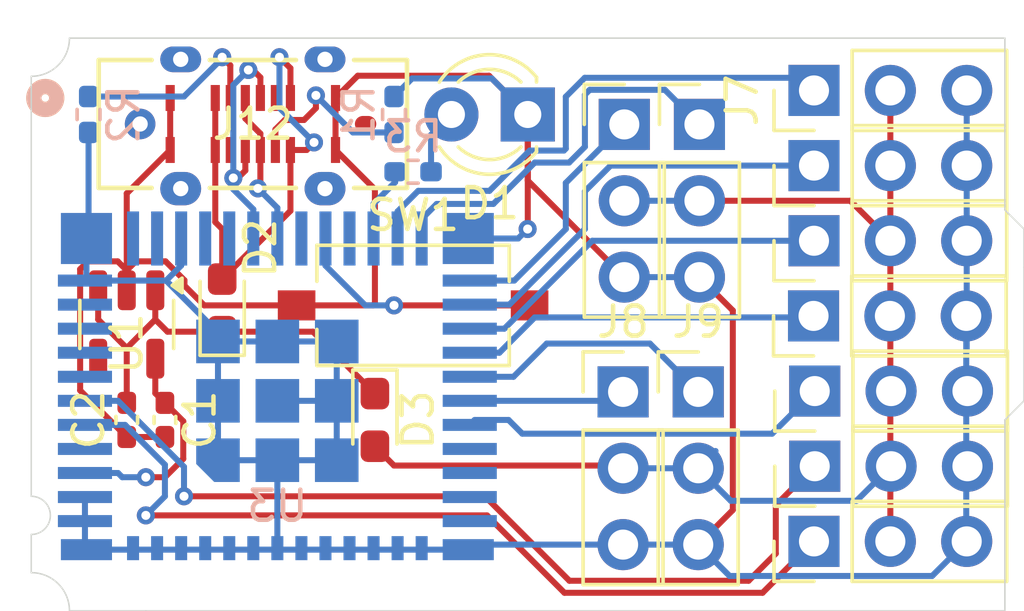
<source format=kicad_pcb>
(kicad_pcb (version 20240108) (generator "pcbnew") (generator_version "8.0")
  (layers (0 "F.Cu" signal) (31 "B.Cu" signal) (34 "B.Paste" user) (35 "F.Paste" user) (36 "B.SilkS" user "B.Silkscreen") (37 "F.SilkS" user "F.Silkscreen") (38 "B.Mask" user) (39 "F.Mask" user) (44 "Edge.Cuts" user))
  (net 0 "")
  (net 1 "Net-(U1-V_{OUT})")
  (net 4 "Net-(J12-D1+)")
  (net 5 "Net-(J12-D1-)")
  (net 7 "Net-(J12-CC1)")
  (net 8 "Net-(J12-CC2)")
  (net 9 "Net-(D1-A)")
  (net 25 "Net-(D2-K)")
  (net 26 "Net-(D2-A)")
  (net 27 "Net-(D3-A)")
  (net 28 "Net-(J1-Pin_1)")
  (net 29 "Net-(J2-Pin_1)")
  (net 30 "Net-(J3-Pin_1)")
  (net 31 "Net-(J8-Pin_1)")
  (net 32 "Net-(J9-Pin_1)")
  (net 33 "Net-(J4-Pin_1)")
  (net 34 "Net-(J5-Pin_1)")
  (net 35 "Net-(J6-Pin_1)")
  (net 36 "Net-(J10-Pin_1)")
  (net 37 "Net-(J11-Pin_1)")
  (net 38 "Net-(J7-Pin_1)")
  (net 39 "Net-(D1-K)")
  (net 40 "Net-(U3-GPIO8)")
  (net 41 "Net-(U3-GPIO15)")
  (footprint "Capacitor_SMD:C_0402_1005Metric_Pad0.74x0.62mm_HandSolder" (layer "F.Cu") (at 29.21 133.35 -90)
    (property "Reference" "C1" (at 0 -1.16 90) (layer "F.SilkS"))
    (property "Value" "C")
    (pad "1" smd roundrect (at -0.5675 0 270) (size 0.735 0.62) (layers "F.Cu" "F.Paste" "F.Mask") (net 1 "Net-(U1-V_{OUT})"))
    (pad "2" smd roundrect (at 0.5675 0 270) (size 0.735 0.62) (layers "F.Cu" "F.Paste" "F.Mask") (net 39 "Net-(D1-K)"))
  )
  (footprint "Button_Switch_SMD:SW_Tactile_SPST_NO_Straight_CK_PTS636Sx25SMTRLFS" (layer "F.Cu") (at 37.465 129.54)
    (property "Reference" "SW1" (at 0 -3 0) (layer "F.SilkS"))
    (property "Value" "SW_Push")
    (pad "1" smd rect (at -3.875 0) (size 1.25 1) (layers "F.Cu" "F.Paste" "F.Mask") (net 39 "Net-(D1-K)"))
    (pad "2" smd rect (at 3.875 0) (size 1.25 1) (layers "F.Cu" "F.Paste" "F.Mask") (net 41 "Net-(U3-GPIO15)"))
  )
  (footprint "Connector_PinHeader_2.54mm:PinHeader_1x03_P2.54mm_Vertical" (layer "F.Cu") (at 50.785 129.89 90)
    (property "Reference" "J4" (hide yes))
    (property "Value" "Conn_01x03_Pin" (hide yes))
    (pad "1" thru_hole rect (at 0 0 90) (size 1.7 1.7) (drill 1) (layers "*.Cu" "*.Mask") (net 33 "Net-(J4-Pin_1)"))
    (pad "2" thru_hole oval (at 0 2.54 90) (size 1.7 1.7) (drill 1) (layers "*.Cu" "*.Mask") (net 27 "Net-(D3-A)"))
    (pad "3" thru_hole oval (at 0 5.08 90) (size 1.7 1.7) (drill 1) (layers "*.Cu" "*.Mask") (net 39 "Net-(D1-K)"))
  )
  (footprint "Connector_PinHeader_2.54mm:PinHeader_1x03_P2.54mm_Vertical" (layer "F.Cu") (at 50.8 127.39 90)
    (property "Reference" "J5" (hide yes))
    (property "Value" "Conn_01x03_Pin" (hide yes))
    (pad "1" thru_hole rect (at 0 0 90) (size 1.7 1.7) (drill 1) (layers "*.Cu" "*.Mask") (net 34 "Net-(J5-Pin_1)"))
    (pad "2" thru_hole oval (at 0 2.54 90) (size 1.7 1.7) (drill 1) (layers "*.Cu" "*.Mask") (net 27 "Net-(D3-A)"))
    (pad "3" thru_hole oval (at 0 5.08 90) (size 1.7 1.7) (drill 1) (layers "*.Cu" "*.Mask") (net 39 "Net-(D1-K)"))
  )
  (footprint "Diode_SMD:D_0603_1608Metric_Pad1.05x0.95mm_HandSolder" (layer "F.Cu") (at 31.115 129.54 90)
    (property "Reference" "D2" (at 1.905 1.27 90) (layer "F.SilkS"))
    (property "Value" "D")
    (pad "1" smd roundrect (at -0.875 0 90) (size 1.05 0.95) (layers "F.Cu" "F.Paste" "F.Mask") (net 25 "Net-(D2-K)"))
    (pad "2" smd roundrect (at 0.875 0 90) (size 1.05 0.95) (layers "F.Cu" "F.Paste" "F.Mask") (net 26 "Net-(D2-A)"))
  )
  (footprint "Diode_SMD:D_0603_1608Metric_Pad1.05x0.95mm_HandSolder" (layer "F.Cu") (at 36.195 133.35 -90)
    (property "Reference" "D3" (at 0 -1.43 90) (layer "F.SilkS"))
    (property "Value" "D")
    (pad "1" smd roundrect (at -0.875 0 270) (size 1.05 0.95) (layers "F.Cu" "F.Paste" "F.Mask") (net 25 "Net-(D2-K)"))
    (pad "2" smd roundrect (at 0.875 0 270) (size 1.05 0.95) (layers "F.Cu" "F.Paste" "F.Mask") (net 27 "Net-(D3-A)"))
  )
  (footprint "LED_THT:LED_D3.0mm" (layer "F.Cu") (at 41.28 123.19 180)
    (property "Reference" "D1" (at 1.27 -2.96 360) (layer "F.SilkS"))
    (property "Value" "LED")
    (pad "1" thru_hole rect (at 0 0 180) (size 1.8 1.8) (drill 0.9) (layers "*.Cu" "*.Mask") (net 39 "Net-(D1-K)"))
    (pad "2" thru_hole circle (at 2.54 0 180) (size 1.8 1.8) (drill 0.9) (layers "*.Cu" "*.Mask") (net 9 "Net-(D1-A)"))
  )
  (footprint "Connector_PinHeader_2.54mm:PinHeader_1x03_P2.54mm_Vertical" (layer "F.Cu") (at 50.825 134.89 90)
    (property "Reference" "J2" (hide yes))
    (property "Value" "Conn_01x03_Pin" (hide yes))
    (pad "1" thru_hole rect (at 0 0 90) (size 1.7 1.7) (drill 1) (layers "*.Cu" "*.Mask") (net 29 "Net-(J2-Pin_1)"))
    (pad "2" thru_hole oval (at 0 2.54 90) (size 1.7 1.7) (drill 1) (layers "*.Cu" "*.Mask") (net 27 "Net-(D3-A)"))
    (pad "3" thru_hole oval (at 0 5.08 90) (size 1.7 1.7) (drill 1) (layers "*.Cu" "*.Mask") (net 39 "Net-(D1-K)"))
  )
  (footprint "Connector_PinHeader_2.54mm:PinHeader_1x03_P2.54mm_Vertical" (layer "F.Cu") (at 50.8 124.89 90)
    (property "Reference" "J6" (hide yes))
    (property "Value" "Conn_01x03_Pin" (hide yes))
    (pad "1" thru_hole rect (at 0 0 90) (size 1.7 1.7) (drill 1) (layers "*.Cu" "*.Mask") (net 35 "Net-(J6-Pin_1)"))
    (pad "2" thru_hole oval (at 0 2.54 90) (size 1.7 1.7) (drill 1) (layers "*.Cu" "*.Mask") (net 27 "Net-(D3-A)"))
    (pad "3" thru_hole oval (at 0 5.08 90) (size 1.7 1.7) (drill 1) (layers "*.Cu" "*.Mask") (net 39 "Net-(D1-K)"))
  )
  (footprint "Connector_PinHeader_2.54mm:PinHeader_1x03_P2.54mm_Vertical" (layer "F.Cu") (at 44.45 132.4175)
    (property "Reference" "J8" (at 0 -2.33 0) (layer "F.SilkS"))
    (property "Value" "Conn_01x03_Pin" (hide yes))
    (pad "1" thru_hole rect (at 0 0) (size 1.7 1.7) (drill 1) (layers "*.Cu" "*.Mask") (net 31 "Net-(J8-Pin_1)"))
    (pad "2" thru_hole oval (at 0 2.54) (size 1.7 1.7) (drill 1) (layers "*.Cu" "*.Mask") (net 27 "Net-(D3-A)"))
    (pad "3" thru_hole oval (at 0 5.08) (size 1.7 1.7) (drill 1) (layers "*.Cu" "*.Mask") (net 39 "Net-(D1-K)"))
  )
  (footprint "Connector_PinHeader_2.54mm:PinHeader_1x03_P2.54mm_Vertical" (layer "F.Cu") (at 44.49 123.52)
    (property "Reference" "J10" (hide yes))
    (property "Value" "Conn_01x03_Pin" (hide yes))
    (pad "1" thru_hole rect (at 0 0) (size 1.7 1.7) (drill 1) (layers "*.Cu" "*.Mask") (net 36 "Net-(J10-Pin_1)"))
    (pad "2" thru_hole oval (at 0 2.54) (size 1.7 1.7) (drill 1) (layers "*.Cu" "*.Mask") (net 27 "Net-(D3-A)"))
    (pad "3" thru_hole oval (at 0 5.08) (size 1.7 1.7) (drill 1) (layers "*.Cu" "*.Mask") (net 39 "Net-(D1-K)"))
  )
  (footprint "Connector_PinHeader_2.54mm:PinHeader_1x03_P2.54mm_Vertical" (layer "F.Cu") (at 50.8 137.39 90)
    (property "Reference" "J1" (hide yes))
    (property "Value" "Conn_01x03_Pin" (hide yes))
    (pad "1" thru_hole rect (at 0 0 90) (size 1.7 1.7) (drill 1) (layers "*.Cu" "*.Mask") (net 28 "Net-(J1-Pin_1)"))
    (pad "2" thru_hole oval (at 0 2.54 90) (size 1.7 1.7) (drill 1) (layers "*.Cu" "*.Mask") (net 27 "Net-(D3-A)"))
    (pad "3" thru_hole oval (at 0 5.08 90) (size 1.7 1.7) (drill 1) (layers "*.Cu" "*.Mask") (net 39 "Net-(D1-K)"))
  )
  (footprint "usbc:USB4120-03-C_GCT" (layer "F.Cu") (at 29.385001 122.6408)
    (property "Reference" "J12" (at 2.75 0.865 0) (layer "F.SilkS"))
    (property "Value" "USB4120-03-C_REVA")
    (pad "25" thru_hole circle (at -1.000001 0.865) (size 1.016 1.016) (drill 0.508) (layers "*.Cu" "*.Mask"))
    (pad "26" smd oval (at 6.5 0.865) (size 0.7112 0.5334) (layers "F.Cu" "F.Paste" "F.Mask"))
    (pad "27" thru_hole oval (at 0.349999 -1.285) (size 1.358 0.854) (drill 0.508) (layers "*.Cu" "*.Mask"))
    (pad "28" thru_hole oval (at 5.15 -1.285001) (size 1.358 0.854) (drill 0.508) (layers "*.Cu" "*.Mask"))
    (pad "29" thru_hole oval (at 0.349999 3.015) (size 1.358 1.108) (drill 0.508) (layers "*.Cu" "*.Mask"))
    (pad "30" thru_hole oval (at 5.15 3.015001) (size 1.358 1.108) (drill 0.508) (layers "*.Cu" "*.Mask"))
    (pad "A1" smd rect (at 0 0) (size 0.3048 0.8636) (layers "F.Cu" "F.Paste" "F.Mask") (net 39 "Net-(D1-K)"))
    (pad "A4" smd rect (at 1.5 0) (size 0.3048 0.8636) (layers "F.Cu" "F.Paste" "F.Mask") (net 26 "Net-(D2-A)"))
    (pad "A5" smd rect (at 1.999999 0) (size 0.3048 0.8636) (layers "F.Cu" "F.Paste" "F.Mask") (net 7 "Net-(J12-CC1)"))
    (pad "A6" smd rect (at 2.5 0) (size 0.3048 0.8636) (layers "F.Cu" "F.Paste" "F.Mask") (net 4 "Net-(J12-D1+)"))
    (pad "A7" smd rect (at 2.999999 0) (size 0.3048 0.8636) (layers "F.Cu" "F.Paste" "F.Mask") (net 5 "Net-(J12-D1-)"))
    (pad "A8" smd rect (at 3.500001 0) (size 0.3048 0.8636) (layers "F.Cu" "F.Paste" "F.Mask"))
    (pad "A9" smd rect (at 4 0) (size 0.3048 0.8636) (layers "F.Cu" "F.Paste" "F.Mask") (net 26 "Net-(D2-A)"))
    (pad "A12" smd rect (at 5.499999 0) (size 0.3048 0.8636) (layers "F.Cu" "F.Paste" "F.Mask") (net 39 "Net-(D1-K)"))
    (pad "B1" smd rect (at 5.499999 1.73) (size 0.3048 0.8636) (layers "F.Cu" "F.Paste" "F.Mask") (net 39 "Net-(D1-K)"))
    (pad "B4" smd rect (at 4 1.73) (size 0.3048 0.8636) (layers "F.Cu" "F.Paste" "F.Mask") (net 26 "Net-(D2-A)"))
    (pad "B5" smd rect (at 3.500001 1.73) (size 0.3048 0.8636) (layers "F.Cu" "F.Paste" "F.Mask") (net 8 "Net-(J12-CC2)"))
    (pad "B6" smd rect (at 2.999999 1.73) (size 0.3048 0.8636) (layers "F.Cu" "F.Paste" "F.Mask") (net 4 "Net-(J12-D1+)"))
    (pad "B7" smd rect (at 2.5 1.73) (size 0.3048 0.8636) (layers "F.Cu" "F.Paste" "F.Mask") (net 5 "Net-(J12-D1-)"))
    (pad "B8" smd rect (at 1.999999 1.73) (size 0.3048 0.8636) (layers "F.Cu" "F.Paste" "F.Mask"))
    (pad "B9" smd rect (at 1.5 1.73) (size 0.3048 0.8636) (layers "F.Cu" "F.Paste" "F.Mask") (net 26 "Net-(D2-A)"))
    (pad "B12" smd rect (at 0 1.73) (size 0.3048 0.8636) (layers "F.Cu" "F.Paste" "F.Mask") (net 39 "Net-(D1-K)"))
  )
  (footprint "Connector_PinHeader_2.54mm:PinHeader_1x03_P2.54mm_Vertical" (layer "F.Cu") (at 46.95 132.4175)
    (property "Reference" "J9" (at 0 -2.33 0) (layer "F.SilkS"))
    (property "Value" "Conn_01x03_Pin" (hide yes))
    (pad "1" thru_hole rect (at 0 0) (size 1.7 1.7) (drill 1) (layers "*.Cu" "*.Mask") (net 32 "Net-(J9-Pin_1)"))
    (pad "2" thru_hole oval (at 0 2.54) (size 1.7 1.7) (drill 1) (layers "*.Cu" "*.Mask") (net 27 "Net-(D3-A)"))
    (pad "3" thru_hole oval (at 0 5.08) (size 1.7 1.7) (drill 1) (layers "*.Cu" "*.Mask") (net 39 "Net-(D1-K)"))
  )
  (footprint "Connector_PinHeader_2.54mm:PinHeader_1x03_P2.54mm_Vertical" (layer "F.Cu") (at 50.8 122.39 90)
    (property "Reference" "J7" (at -0.327164 -2.395 90) (layer "F.SilkS"))
    (property "Value" "Conn_01x03_Pin" (hide yes))
    (pad "1" thru_hole rect (at 0 0 90) (size 1.7 1.7) (drill 1) (layers "*.Cu" "*.Mask") (net 38 "Net-(J7-Pin_1)"))
    (pad "2" thru_hole oval (at 0 2.54 90) (size 1.7 1.7) (drill 1) (layers "*.Cu" "*.Mask") (net 27 "Net-(D3-A)"))
    (pad "3" thru_hole oval (at 0 5.08 90) (size 1.7 1.7) (drill 1) (layers "*.Cu" "*.Mask") (net 39 "Net-(D1-K)"))
  )
  (footprint "Connector_PinHeader_2.54mm:PinHeader_1x03_P2.54mm_Vertical" (layer "F.Cu") (at 50.825 132.39 90)
    (property "Reference" "J3" (hide yes))
    (property "Value" "Conn_01x03_Pin" (hide yes))
    (pad "1" thru_hole rect (at 0 0 90) (size 1.7 1.7) (drill 1) (layers "*.Cu" "*.Mask") (net 30 "Net-(J3-Pin_1)"))
    (pad "2" thru_hole oval (at 0 2.54 90) (size 1.7 1.7) (drill 1) (layers "*.Cu" "*.Mask") (net 27 "Net-(D3-A)"))
    (pad "3" thru_hole oval (at 0 5.08 90) (size 1.7 1.7) (drill 1) (layers "*.Cu" "*.Mask") (net 39 "Net-(D1-K)"))
  )
  (footprint "Connector_PinHeader_2.54mm:PinHeader_1x03_P2.54mm_Vertical" (layer "F.Cu") (at 46.99 123.52)
    (property "Reference" "J11" (hide yes))
    (property "Value" "Conn_01x03_Pin" (hide yes))
    (pad "1" thru_hole rect (at 0 0) (size 1.7 1.7) (drill 1) (layers "*.Cu" "*.Mask") (net 37 "Net-(J11-Pin_1)"))
    (pad "2" thru_hole oval (at 0 2.54) (size 1.7 1.7) (drill 1) (layers "*.Cu" "*.Mask") (net 27 "Net-(D3-A)"))
    (pad "3" thru_hole oval (at 0 5.08) (size 1.7 1.7) (drill 1) (layers "*.Cu" "*.Mask") (net 39 "Net-(D1-K)"))
  )
  (footprint "Capacitor_SMD:C_0402_1005Metric_Pad0.74x0.62mm_HandSolder" (layer "F.Cu") (at 27.94 133.35 -90)
    (property "Reference" "C2" (at 0 1.27 90) (layer "F.SilkS"))
    (property "Value" "C")
    (pad "1" smd roundrect (at -0.5675 0 270) (size 0.735 0.62) (layers "F.Cu" "F.Paste" "F.Mask") (net 25 "Net-(D2-K)"))
    (pad "2" smd roundrect (at 0.5675 0 270) (size 0.735 0.62) (layers "F.Cu" "F.Paste" "F.Mask") (net 39 "Net-(D1-K)"))
  )
  (footprint "Package_TO_SOT_SMD:SOT-23-5" (layer "F.Cu") (at 27.94 130.175 -90)
    (property "Reference" "U1" (at 0.635 0 90) (layer "F.SilkS"))
    (property "Value" "ME6211C33M5")
    (pad "1" smd roundrect (at -1.1375 -0.95 270) (size 1.325 0.6) (layers "F.Cu" "F.Paste" "F.Mask") (net 25 "Net-(D2-K)"))
    (pad "2" smd roundrect (at -1.1375 0 270) (size 1.325 0.6) (layers "F.Cu" "F.Paste" "F.Mask") (net 39 "Net-(D1-K)"))
    (pad "3" smd roundrect (at -1.1375 0.95 270) (size 1.325 0.6) (layers "F.Cu" "F.Paste" "F.Mask") (net 25 "Net-(D2-K)"))
    (pad "4" smd roundrect (at 1.1375 0.95 270) (size 1.325 0.6) (layers "F.Cu" "F.Paste" "F.Mask"))
    (pad "5" smd roundrect (at 1.1375 -0.95 270) (size 1.325 0.6) (layers "F.Cu" "F.Paste" "F.Mask") (net 1 "Net-(U1-V_{OUT})"))
  )
  (footprint "Resistor_SMD:R_0402_1005Metric_Pad0.72x0.64mm_HandSolder" (layer "B.Cu") (at 37.465 125.095 180)
    (property "Reference" "R3" (at 0 1.17 360) (layer "B.SilkS") (effects (justify mirror)))
    (property "Value" "R_US")
    (pad "1" smd roundrect (at -0.5975 0 180) (size 0.715 0.64) (layers "B.Cu" "B.Paste" "B.Mask") (net 9 "Net-(D1-A)"))
    (pad "2" smd roundrect (at 0.5975 0 180) (size 0.715 0.64) (layers "B.Cu" "B.Paste" "B.Mask") (net 40 "Net-(U3-GPIO8)"))
  )
  (footprint "Resistor_SMD:R_0402_1005Metric_Pad0.72x0.64mm_HandSolder" (layer "B.Cu") (at 26.67 123.19 90)
    (property "Reference" "R2" (at 0 1.17 90) (layer "B.SilkS") (effects (justify mirror)))
    (property "Value" "R_US")
    (pad "1" smd roundrect (at -0.5975 0 90) (size 0.715 0.64) (layers "B.Cu" "B.Paste" "B.Mask") (net 39 "Net-(D1-K)"))
    (pad "2" smd roundrect (at 0.5975 0 90) (size 0.715 0.64) (layers "B.Cu" "B.Paste" "B.Mask") (net 7 "Net-(J12-CC1)"))
  )
  (footprint "Resistor_SMD:R_0402_1005Metric_Pad0.72x0.64mm_HandSolder" (layer "B.Cu") (at 36.83 123.19 -90)
    (property "Reference" "R1" (at 0 1.17 90) (layer "B.SilkS") (effects (justify mirror)))
    (property "Value" "R_US")
    (pad "1" smd roundrect (at -0.5975 0 270) (size 0.715 0.64) (layers "B.Cu" "B.Paste" "B.Mask") (net 39 "Net-(D1-K)"))
    (pad "2" smd roundrect (at 0.5975 0 270) (size 0.715 0.64) (layers "B.Cu" "B.Paste" "B.Mask") (net 8 "Net-(J12-CC2)"))
  )
  (footprint "PCM_Espressif:ESP32-C3-MINI-1_HandSoldering" (layer "B.Cu") (at 32.95 132.715)
    (property "Reference" "U3" (at 0 3.5 180) (layer "B.SilkS") (effects (justify mirror)))
    (property "Value" "ESP32-C6-MINI-1/U")
    (pad "1" smd rect (at -6.4 4 270) (size 0.4 1.8) (layers "B.Cu" "B.Paste" "B.Mask") (net 39 "Net-(D1-K)"))
    (pad "2" smd rect (at -6.4 3.2 270) (size 0.4 1.8) (layers "B.Cu" "B.Paste" "B.Mask") (net 39 "Net-(D1-K)"))
    (pad "3" smd rect (at -6.4 2.4 270) (size 0.4 1.8) (layers "B.Cu" "B.Paste" "B.Mask") (net 1 "Net-(U1-V_{OUT})"))
    (pad "4" smd rect (at -6.4 1.6 270) (size 0.4 1.8) (layers "B.Cu" "B.Paste" "B.Mask"))
    (pad "5" smd rect (at -6.4 0.8 270) (size 0.4 1.8) (layers "B.Cu" "B.Paste" "B.Mask") (net 28 "Net-(J1-Pin_1)"))
    (pad "6" smd rect (at -6.4 0 270) (size 0.4 1.8) (layers "B.Cu" "B.Paste" "B.Mask") (net 29 "Net-(J2-Pin_1)"))
    (pad "7" smd rect (at -6.4 -0.8 270) (size 0.4 1.8) (layers "B.Cu" "B.Paste" "B.Mask"))
    (pad "8" smd rect (at -6.4 -1.6 270) (size 0.4 1.8) (layers "B.Cu" "B.Paste" "B.Mask"))
    (pad "9" smd rect (at -6.4 -2.4 270) (size 0.4 1.8) (layers "B.Cu" "B.Paste" "B.Mask"))
    (pad "10" smd rect (at -6.4 -3.2 270) (size 0.4 1.8) (layers "B.Cu" "B.Paste" "B.Mask"))
    (pad "11" smd rect (at -6.4 -4 270) (size 0.4 1.8) (layers "B.Cu" "B.Paste" "B.Mask") (net 39 "Net-(D1-K)"))
    (pad "12" smd rect (at -4.8 -5.4) (size 0.4 1.8) (layers "B.Cu" "B.Paste" "B.Mask"))
    (pad "13" smd rect (at -4 -5.4) (size 0.4 1.8) (layers "B.Cu" "B.Paste" "B.Mask"))
    (pad "14" smd rect (at -3.2 -5.4) (size 0.4 1.8) (layers "B.Cu" "B.Paste" "B.Mask") (net 39 "Net-(D1-K)"))
    (pad "15" smd rect (at -2.4 -5.4) (size 0.4 1.8) (layers "B.Cu" "B.Paste" "B.Mask"))
    (pad "16" smd rect (at -1.6 -5.4) (size 0.4 1.8) (layers "B.Cu" "B.Paste" "B.Mask"))
    (pad "17" smd rect (at -0.8 -5.4) (size 0.4 1.8) (layers "B.Cu" "B.Paste" "B.Mask") (net 5 "Net-(J12-D1-)"))
    (pad "18" smd rect (at 0 -5.4) (size 0.4 1.8) (layers "B.Cu" "B.Paste" "B.Mask") (net 4 "Net-(J12-D1+)"))
    (pad "19" smd rect (at 0.8 -5.4) (size 0.4 1.8) (layers "B.Cu" "B.Paste" "B.Mask"))
    (pad "20" smd rect (at 1.6 -5.4) (size 0.4 1.8) (layers "B.Cu" "B.Paste" "B.Mask") (net 41 "Net-(U3-GPIO15)"))
    (pad "21" smd rect (at 2.4 -5.4) (size 0.4 1.8) (layers "B.Cu" "B.Paste" "B.Mask"))
    (pad "22" smd rect (at 3.2 -5.4) (size 0.4 1.8) (layers "B.Cu" "B.Paste" "B.Mask") (net 40 "Net-(U3-GPIO8)"))
    (pad "23" smd rect (at 4 -5.4) (size 0.4 1.8) (layers "B.Cu" "B.Paste" "B.Mask") (net 38 "Net-(J7-Pin_1)"))
    (pad "24" smd rect (at 4.8 -5.4) (size 0.4 1.8) (layers "B.Cu" "B.Paste" "B.Mask") (net 37 "Net-(J11-Pin_1)"))
    (pad "25" smd rect (at 6.4 -4 270) (size 0.4 1.8) (layers "B.Cu" "B.Paste" "B.Mask") (net 36 "Net-(J10-Pin_1)"))
    (pad "26" smd rect (at 6.4 -3.2 270) (size 0.4 1.8) (layers "B.Cu" "B.Paste" "B.Mask") (net 35 "Net-(J6-Pin_1)"))
    (pad "27" smd rect (at 6.4 -2.4 270) (size 0.4 1.8) (layers "B.Cu" "B.Paste" "B.Mask") (net 34 "Net-(J5-Pin_1)"))
    (pad "28" smd rect (at 6.4 -1.6 270) (size 0.4 1.8) (layers "B.Cu" "B.Paste" "B.Mask") (net 33 "Net-(J4-Pin_1)"))
    (pad "29" smd rect (at 6.4 -0.8 270) (size 0.4 1.8) (layers "B.Cu" "B.Paste" "B.Mask") (net 32 "Net-(J9-Pin_1)"))
    (pad "30" smd rect (at 6.4 0 270) (size 0.4 1.8) (layers "B.Cu" "B.Paste" "B.Mask") (net 31 "Net-(J8-Pin_1)"))
    (pad "31" smd rect (at 6.4 0.8 270) (size 0.4 1.8) (layers "B.Cu" "B.Paste" "B.Mask") (net 30 "Net-(J3-Pin_1)"))
    (pad "32" smd rect (at 6.4 1.6 270) (size 0.4 1.8) (layers "B.Cu" "B.Paste" "B.Mask"))
    (pad "33" smd rect (at 6.4 2.4 270) (size 0.4 1.8) (layers "B.Cu" "B.Paste" "B.Mask"))
    (pad "34" smd rect (at 6.4 3.2 270) (size 0.4 1.8) (layers "B.Cu" "B.Paste" "B.Mask"))
    (pad "35" smd rect (at 6.4 4 270) (size 0.4 1.8) (layers "B.Cu" "B.Paste" "B.Mask"))
    (pad "36" smd rect (at 4.8 4.9) (size 0.4 0.8) (layers "B.Cu" "B.Paste" "B.Mask") (net 39 "Net-(D1-K)"))
    (pad "37" smd rect (at 4 4.9) (size 0.4 0.8) (layers "B.Cu" "B.Paste" "B.Mask") (net 39 "Net-(D1-K)"))
    (pad "38" smd rect (at 3.2 4.9) (size 0.4 0.8) (layers "B.Cu" "B.Paste" "B.Mask") (net 39 "Net-(D1-K)"))
    (pad "39" smd rect (at 2.4 4.9) (size 0.4 0.8) (layers "B.Cu" "B.Paste" "B.Mask") (net 39 "Net-(D1-K)"))
    (pad "40" smd rect (at 1.6 4.9) (size 0.4 0.8) (layers "B.Cu" "B.Paste" "B.Mask") (net 39 "Net-(D1-K)"))
    (pad "41" smd rect (at 0.8 4.9) (size 0.4 0.8) (layers "B.Cu" "B.Paste" "B.Mask") (net 39 "Net-(D1-K)"))
    (pad "42" smd rect (at 0 4.9) (size 0.4 0.8) (layers "B.Cu" "B.Paste" "B.Mask") (net 39 "Net-(D1-K)"))
    (pad "43" smd rect (at -0.8 4.9) (size 0.4 0.8) (layers "B.Cu" "B.Paste" "B.Mask") (net 39 "Net-(D1-K)"))
    (pad "44" smd rect (at -1.6 4.9) (size 0.4 0.8) (layers "B.Cu" "B.Paste" "B.Mask") (net 39 "Net-(D1-K)"))
    (pad "45" smd rect (at -2.4 4.9) (size 0.4 0.8) (layers "B.Cu" "B.Paste" "B.Mask") (net 39 "Net-(D1-K)"))
    (pad "46" smd rect (at -3.2 4.9) (size 0.4 0.8) (layers "B.Cu" "B.Paste" "B.Mask") (net 39 "Net-(D1-K)"))
    (pad "47" smd rect (at -4 4.9) (size 0.4 0.8) (layers "B.Cu" "B.Paste" "B.Mask") (net 39 "Net-(D1-K)"))
    (pad "48" smd rect (at -4.8 4.9) (size 0.4 0.8) (layers "B.Cu" "B.Paste" "B.Mask") (net 39 "Net-(D1-K)"))
    (pad "49" smd rect (at -1.975 -1.975 270) (size 1.45 1.45) (layers "B.Cu" "B.Paste" "B.Mask") (net 39 "Net-(D1-K)"))
    (pad "49" smd rect (at -1.975 0 270) (size 1.45 1.45) (layers "B.Cu" "B.Paste" "B.Mask") (net 39 "Net-(D1-K)"))
    (pad "49" smd custom (at -1.975 1.975) (size 0.8 0.8) (layers "B.Cu" "B.Paste" "B.Mask") (net 39 "Net-(D1-K)") (options (clearance outline) (anchor rect)) (primitives (gr_poly (pts (xy 0.725 -0.725) (xy -0.725 -0.725) (xy -0.725 0.125) (xy -0.125 0.725) (xy 0.725 0.725)) (width 0) (fill yes))))
    (pad "49" smd rect (at 0 -1.975 270) (size 1.45 1.45) (layers "B.Cu" "B.Paste" "B.Mask") (net 39 "Net-(D1-K)"))
    (pad "49" smd rect (at 0 0 270) (size 1.45 1.45) (layers "B.Cu" "B.Paste" "B.Mask") (net 39 "Net-(D1-K)"))
    (pad "49" smd rect (at 0 1.975 270) (size 1.45 1.45) (layers "B.Cu" "B.Paste" "B.Mask") (net 39 "Net-(D1-K)"))
    (pad "49" smd rect (at 1.975 -1.975 270) (size 1.45 1.45) (layers "B.Cu" "B.Paste" "B.Mask") (net 39 "Net-(D1-K)"))
    (pad "49" smd rect (at 1.975 0 270) (size 1.45 1.45) (layers "B.Cu" "B.Paste" "B.Mask") (net 39 "Net-(D1-K)"))
    (pad "49" smd rect (at 1.975 1.975 270) (size 1.45 1.45) (layers "B.Cu" "B.Paste" "B.Mask") (net 39 "Net-(D1-K)"))
    (pad "50" smd rect (at 6.35 4.95 270) (size 0.7 1.7) (layers "B.Cu" "B.Paste" "B.Mask") (net 39 "Net-(D1-K)"))
    (pad "51" smd rect (at 6.35 -5.4 270) (size 1.7 1.7) (layers "B.Cu" "B.Paste" "B.Mask") (net 39 "Net-(D1-K)"))
    (pad "52" smd rect (at -6.35 -5.4 270) (size 1.7 1.7) (layers "B.Cu" "B.Paste" "B.Mask") (net 39 "Net-(D1-K)"))
    (pad "53" smd rect (at -6.35 4.95 270) (size 0.7 1.7) (layers "B.Cu" "B.Paste" "B.Mask") (net 39 "Net-(D1-K)"))
  )
  (gr_line (start 57.15 120.65) (end 26.035 120.65) (stroke (width 0.05)) (layer "Edge.Cuts"))
  (gr_line (start 28.575 139.7) (end 57.15 139.7) (stroke (width 0.05)) (layer "Edge.Cuts"))
  (gr_line (start 57.15 126.365) (end 57.15 120.65) (stroke (width 0.05)) (layer "Edge.Cuts"))
  (gr_line (start 57.785 132.715) (end 57.785 128.27) (stroke (width 0.05)) (layer "Edge.Cuts"))
  (gr_line (start 24.765 121.92) (end 24.765 135.89) (stroke (width 0.05)) (layer "Edge.Cuts"))
  (gr_line (start 28.575 139.7) (end 26.035 139.7) (stroke (width 0.05)) (layer "Edge.Cuts"))
  (gr_line (start 57.15 133.35) (end 57.785 132.715) (stroke (width 0.05)) (layer "Edge.Cuts"))
  (gr_arc (start 24.765 138.43) (mid 25.663026 138.801974) (end 26.035 139.7) (stroke (width 0.05)) (layer "Edge.Cuts"))
  (gr_line (start 57.785 127) (end 57.785 128.27) (stroke (width 0.05)) (layer "Edge.Cuts"))
  (gr_line (start 57.15 139.7) (end 57.15 133.35) (stroke (width 0.05)) (layer "Edge.Cuts"))
  (gr_arc (start 24.765 135.89) (mid 25.4 136.525) (end 24.765 137.16) (stroke (width 0.05)) (layer "Edge.Cuts"))
  (gr_line (start 24.765 137.16) (end 24.765 138.43) (stroke (width 0.05)) (layer "Edge.Cuts"))
  (gr_line (start 57.785 127) (end 57.15 126.365) (stroke (width 0.05)) (layer "Edge.Cuts"))
  (gr_arc (start 26.035 120.65) (mid 25.663026 121.548026) (end 24.765 121.92) (stroke (width 0.05)) (layer "Edge.Cuts"))
  (segment (start 29.82 134.645) (end 29.82 133.3925) (width 0.2) (layer "F.Cu") (net 1))
  (segment (start 28.89 132.4625) (end 29.21 132.7825) (width 0.2) (layer "F.Cu") (net 1))
  (segment (start 28.575 135.255) (end 29.21 135.255) (width 0.2) (layer "F.Cu") (net 1))
  (segment (start 29.82 133.3925) (end 29.21 132.7825) (width 0.2) (layer "F.Cu") (net 1))
  (segment (start 28.89 131.3125) (end 28.89 132.4625) (width 0.2) (layer "F.Cu") (net 1))
  (segment (start 29.21 135.255) (end 29.82 134.645) (width 0.2) (layer "F.Cu") (net 1))
  (via (at 28.575 135.255) (size 0.6) (drill 0.3) (layers "F.Cu" "B.Cu") (net 1))
  (segment (start 27.79 135.255) (end 28.575 135.255) (width 0.2) (layer "B.Cu") (net 1))
  (segment (start 26.55 135.115) (end 27.65 135.115) (width 0.2) (layer "B.Cu") (net 1))
  (segment (start 27.65 135.115) (end 27.79 135.255) (width 0.2) (layer "B.Cu") (net 1))
  (segment (start 32.385 125.566437) (end 32.303219 125.648218) (width 0.2) (layer "F.Cu") (net 4))
  (segment (start 31.885001 122.6408) (end 31.885001 123.325001) (width 0.2) (layer "F.Cu") (net 4))
  (segment (start 32.385 124.3708) (end 32.385 125.566437) (width 0.2) (layer "F.Cu") (net 4))
  (segment (start 32.385 123.825) (end 32.385 124.3708) (width 0.2) (layer "F.Cu") (net 4))
  (segment (start 31.885001 123.325001) (end 32.385 123.825) (width 0.2) (layer "F.Cu") (net 4))
  (via (at 32.303219 125.648218) (size 0.6) (drill 0.3) (layers "F.Cu" "B.Cu") (net 4))
  (segment (start 32.303219 125.648218) (end 32.95 126.294999) (width 0.2) (layer "B.Cu") (net 4))
  (segment (start 32.95 126.294999) (end 32.95 127.315) (width 0.2) (layer "B.Cu") (net 4))
  (segment (start 31.985 121.708998) (end 32.137396 121.708998) (width 0.2) (layer "F.Cu") (net 5))
  (segment (start 31.885001 125.054999) (end 31.885001 124.3708) (width 0.2) (layer "F.Cu") (net 5))
  (segment (start 32.137396 121.708998) (end 32.385 121.956602) (width 0.2) (layer "F.Cu") (net 5))
  (segment (start 31.485001 125.302602) (end 31.637398 125.302602) (width 0.2) (layer "F.Cu") (net 5))
  (segment (start 31.637398 125.302602) (end 31.885001 125.054999) (width 0.2) (layer "F.Cu") (net 5))
  (segment (start 32.385 121.956602) (end 32.385 122.6408) (width 0.2) (layer "F.Cu") (net 5))
  (via (at 31.985 121.708998) (size 0.6) (drill 0.3) (layers "F.Cu" "B.Cu") (net 5))
  (via (at 31.485001 125.302602) (size 0.6) (drill 0.3) (layers "F.Cu" "B.Cu") (net 5))
  (segment (start 31.485001 125.302602) (end 31.485001 122.208997) (width 0.2) (layer "B.Cu") (net 5))
  (segment (start 31.485001 125.302602) (end 31.485001 125.67853) (width 0.2) (layer "B.Cu") (net 5))
  (segment (start 31.485001 125.67853) (end 32.15 126.343529) (width 0.2) (layer "B.Cu") (net 5))
  (segment (start 31.485001 122.208997) (end 31.985 121.708998) (width 0.2) (layer "B.Cu") (net 5))
  (segment (start 32.15 126.343529) (end 32.15 127.315) (width 0.2) (layer "B.Cu") (net 5))
  (segment (start 31.385 122.6408) (end 31.385 121.555) (width 0.2) (layer "F.Cu") (net 7))
  (segment (start 31.385 121.555) (end 31.115 121.285) (width 0.2) (layer "F.Cu") (net 7))
  (via (at 31.115 121.285) (size 0.6) (drill 0.3) (layers "F.Cu" "B.Cu") (net 7))
  (segment (start 29.845 122.5925) (end 31.115 121.3225) (width 0.2) (layer "B.Cu") (net 7))
  (segment (start 31.115 121.3225) (end 31.115 121.285) (width 0.2) (layer "B.Cu") (net 7))
  (segment (start 29.845 122.5925) (end 26.67 122.5925) (width 0.2) (layer "B.Cu") (net 7))
  (segment (start 33.837401 123.3726) (end 33.199001 123.3726) (width 0.2) (layer "F.Cu") (net 8))
  (segment (start 34.232598 122.977403) (end 33.837401 123.3726) (width 0.2) (layer "F.Cu") (net 8))
  (segment (start 33.199001 123.3726) (end 32.885002 123.686599) (width 0.2) (layer "F.Cu") (net 8))
  (segment (start 32.885002 123.686599) (end 32.885002 124.3708) (width 0.2) (layer "F.Cu") (net 8))
  (segment (start 34.232598 122.555) (end 34.232598 122.977403) (width 0.2) (layer "F.Cu") (net 8))
  (via (at 34.232598 122.555) (size 0.6) (drill 0.3) (layers "F.Cu" "B.Cu") (net 8))
  (segment (start 35.465098 123.7875) (end 36.83 123.7875) (width 0.2) (layer "B.Cu") (net 8))
  (segment (start 34.232598 122.555) (end 35.465098 123.7875) (width 0.2) (layer "B.Cu") (net 8))
  (segment (start 38.0625 123.8675) (end 38.74 123.19) (width 0.2) (layer "B.Cu") (net 9))
  (segment (start 38.0625 125.095) (end 38.0625 123.8675) (width 0.2) (layer "B.Cu") (net 9))
  (segment (start 34.135 130.415) (end 36.195 132.475) (width 0.2) (layer "F.Cu") (net 25))
  (segment (start 28.89 130.009448) (end 27.94 130.959448) (width 0.2) (layer "F.Cu") (net 25))
  (segment (start 27.94 130.959448) (end 27.94 132.7825) (width 0.2) (layer "F.Cu") (net 25))
  (segment (start 26.99 129.0375) (end 26.99 130.009448) (width 0.2) (layer "F.Cu") (net 25))
  (segment (start 31.75 130.415) (end 29.295552 130.415) (width 0.2) (layer "F.Cu") (net 25))
  (segment (start 28.89 129.0375) (end 28.89 130.009448) (width 0.2) (layer "F.Cu") (net 25))
  (segment (start 29.295552 130.415) (end 28.89 130.009448) (width 0.2) (layer "F.Cu") (net 25))
  (segment (start 26.99 130.009448) (end 27.94 130.959448) (width 0.2) (layer "F.Cu") (net 25))
  (segment (start 31.75 130.415) (end 34.135 130.415) (width 0.2) (layer "F.Cu") (net 25))
  (segment (start 33.385001 126.394999) (end 31.115 128.665) (width 0.2) (layer "F.Cu") (net 26))
  (segment (start 33.925766 124.3708) (end 34.168955 124.127611) (width 0.2) (layer "F.Cu") (net 26))
  (segment (start 30.885001 126.770001) (end 31.115 127) (width 0.2) (layer "F.Cu") (net 26))
  (segment (start 33.385001 121.650001) (end 33.02 121.285) (width 0.2) (layer "F.Cu") (net 26))
  (segment (start 30.885001 122.6408) (end 30.885001 124.3708) (width 0.2) (layer "F.Cu") (net 26))
  (segment (start 34.177601 124.118965) (end 34.099786 124.19678) (width 0.2) (layer "F.Cu") (net 26))
  (segment (start 33.385001 124.3708) (end 33.385001 126.394999) (width 0.2) (layer "F.Cu") (net 26))
  (segment (start 34.168955 124.118965) (end 34.177601 124.118965) (width 0.2) (layer "F.Cu") (net 26))
  (segment (start 34.168955 124.127611) (end 34.168955 124.118965) (width 0.2) (layer "F.Cu") (net 26))
  (segment (start 30.885001 124.3708) (end 30.885001 126.770001) (width 0.2) (layer "F.Cu") (net 26))
  (segment (start 31.115 127) (end 31.115 128.665) (width 0.2) (layer "F.Cu") (net 26))
  (segment (start 33.385001 124.3708) (end 33.925766 124.3708) (width 0.2) (layer "F.Cu") (net 26))
  (segment (start 33.385001 122.6408) (end 33.385001 121.650001) (width 0.2) (layer "F.Cu") (net 26))
  (via (at 34.168955 124.118965) (size 0.6) (drill 0.3) (layers "F.Cu" "B.Cu") (net 26))
  (via (at 33.02 121.285) (size 0.6) (drill 0.3) (layers "F.Cu" "B.Cu") (net 26))
  (segment (start 33.02 122.97001) (end 34.168955 124.118965) (width 0.2) (layer "B.Cu") (net 26))
  (segment (start 33.02 121.285) (end 33.02 122.97001) (width 0.2) (layer "B.Cu") (net 26))
  (segment (start 44.45 134.9575) (end 44.36 134.8675) (width 0.2) (layer "F.Cu") (net 27))
  (segment (start 53.34 137.39) (end 53.34 122.39) (width 0.2) (layer "F.Cu") (net 27))
  (segment (start 36.195 134.225) (end 36.195 134.2325) (width 0.2) (layer "F.Cu") (net 27))
  (segment (start 52.01 126.06) (end 53.34 127.39) (width 0.2) (layer "F.Cu") (net 27))
  (segment (start 36.195 134.2325) (end 36.83 134.8675) (width 0.2) (layer "F.Cu") (net 27))
  (segment (start 44.36 134.8675) (end 36.83 134.8675) (width 0.2) (layer "F.Cu") (net 27))
  (segment (start 46.99 126.06) (end 52.01 126.06) (width 0.2) (layer "F.Cu") (net 27))
  (segment (start 53.365 134.89) (end 52.215 136.04) (width 0.2) (layer "B.Cu") (net 27))
  (segment (start 48.0325 136.04) (end 46.95 134.9575) (width 0.2) (layer "B.Cu") (net 27))
  (segment (start 44.45 134.9575) (end 46.95 134.9575) (width 0.2) (layer "B.Cu") (net 27))
  (segment (start 52.215 136.04) (end 48.0325 136.04) (width 0.2) (layer "B.Cu") (net 27))
  (segment (start 46.95 134.9575) (end 47.525 134.3825) (width 0.2) (layer "B.Cu") (net 27))
  (segment (start 44.49 126.06) (end 46.99 126.06) (width 0.2) (layer "B.Cu") (net 27))
  (segment (start 49.09 139.1) (end 42.499314 139.1) (width 0.2) (layer "F.Cu") (net 28))
  (segment (start 42.499314 139.1) (end 39.924314 136.525) (width 0.2) (layer "F.Cu") (net 28))
  (segment (start 50.8 137.39) (end 49.09 139.1) (width 0.2) (layer "F.Cu") (net 28))
  (segment (start 39.924314 136.525) (end 28.575 136.525) (width 0.2) (layer "F.Cu") (net 28))
  (via (at 28.575 136.525) (size 0.6) (drill 0.3) (layers "F.Cu" "B.Cu") (net 28))
  (segment (start 50.8 137.39) (end 50.185 138.005) (width 0.2) (layer "B.Cu") (net 28))
  (segment (start 29.21 135.89) (end 29.21 134.840686) (width 0.2) (layer "B.Cu") (net 28))
  (segment (start 27.884314 133.515) (end 26.55 133.515) (width 0.2) (layer "B.Cu") (net 28))
  (segment (start 29.21 134.840686) (end 27.884314 133.515) (width 0.2) (layer "B.Cu") (net 28))
  (segment (start 28.575 136.525) (end 29.21 135.89) (width 0.2) (layer "B.Cu") (net 28))
  (segment (start 49.53 137.795) (end 48.625 138.7) (width 0.2) (layer "F.Cu") (net 29))
  (segment (start 48.625 138.7) (end 42.665 138.7) (width 0.2) (layer "F.Cu") (net 29))
  (segment (start 42.665 138.7) (end 39.855 135.89) (width 0.2) (layer "F.Cu") (net 29))
  (segment (start 49.53 136.185) (end 49.53 137.795) (width 0.2) (layer "F.Cu") (net 29))
  (segment (start 39.855 135.89) (end 29.845 135.89) (width 0.2) (layer "F.Cu") (net 29))
  (segment (start 50.825 134.89) (end 49.53 136.185) (width 0.2) (layer "F.Cu") (net 29))
  (via (at 29.845 135.89) (size 0.6) (drill 0.3) (layers "F.Cu" "B.Cu") (net 29))
  (segment (start 27.65 132.715) (end 26.55 132.715) (width 0.2) (layer "B.Cu") (net 29))
  (segment (start 29.845 135.89) (end 29.845 134.91) (width 0.2) (layer "B.Cu") (net 29))
  (segment (start 50.825 134.89) (end 50.25 135.465) (width 0.2) (layer "B.Cu") (net 29))
  (segment (start 29.845 134.91) (end 27.65 132.715) (width 0.2) (layer "B.Cu") (net 29))
  (segment (start 40.64 133.35) (end 41.0975 133.8075) (width 0.2) (layer "B.Cu") (net 30))
  (segment (start 41.0975 133.8075) (end 49.4075 133.8075) (width 0.2) (layer "B.Cu") (net 30))
  (segment (start 39.515 133.35) (end 40.64 133.35) (width 0.2) (layer "B.Cu") (net 30))
  (segment (start 39.35 133.515) (end 39.515 133.35) (width 0.2) (layer "B.Cu") (net 30))
  (segment (start 49.4075 133.8075) (end 50.825 132.39) (width 0.2) (layer "B.Cu") (net 30))
  (segment (start 39.35 132.715) (end 44.1525 132.715) (width 0.2) (layer "B.Cu") (net 31))
  (segment (start 44.1525 132.715) (end 44.45 132.4175) (width 0.2) (layer "B.Cu") (net 31))
  (segment (start 39.35 131.915) (end 40.805 131.915) (width 0.2) (layer "B.Cu") (net 32))
  (segment (start 40.805 131.915) (end 41.91 130.81) (width 0.2) (layer "B.Cu") (net 32))
  (segment (start 45.3425 130.81) (end 46.95 132.4175) (width 0.2) (layer "B.Cu") (net 32))
  (segment (start 41.91 130.81) (end 45.3425 130.81) (width 0.2) (layer "B.Cu") (net 32))
  (segment (start 40.335 131.115) (end 39.35 131.115) (width 0.2) (layer "B.Cu") (net 33))
  (segment (start 50.735 129.94) (end 41.51 129.94) (width 0.2) (layer "B.Cu") (net 33))
  (segment (start 50.785 129.89) (end 50.735 129.94) (width 0.2) (layer "B.Cu") (net 33))
  (segment (start 40.64 130.81) (end 40.335 131.115) (width 0.2) (layer "B.Cu") (net 33))
  (segment (start 41.51 129.94) (end 40.64 130.81) (width 0.2) (layer "B.Cu") (net 33))
  (segment (start 50.8 127.39) (end 43.425 127.39) (width 0.2) (layer "B.Cu") (net 34))
  (segment (start 43.425 127.39) (end 40.5 130.315) (width 0.2) (layer "B.Cu") (net 34))
  (segment (start 40.5 130.315) (end 39.35 130.315) (width 0.2) (layer "B.Cu") (net 34))
  (segment (start 40.665 129.515) (end 39.35 129.515) (width 0.2) (layer "B.Cu") (net 35))
  (segment (start 43.18 127) (end 40.665 129.515) (width 0.2) (layer "B.Cu") (net 35))
  (segment (start 44.033654 124.89) (end 43.18 125.743654) (width 0.2) (layer "B.Cu") (net 35))
  (segment (start 43.18 125.743654) (end 43.18 127) (width 0.2) (layer "B.Cu") (net 35))
  (segment (start 50.8 124.89) (end 44.033654 124.89) (width 0.2) (layer "B.Cu") (net 35))
  (segment (start 42.545 127) (end 40.83 128.715) (width 0.2) (layer "B.Cu") (net 36))
  (segment (start 44.49 123.52) (end 42.545 125.465) (width 0.2) (layer "B.Cu") (net 36))
  (segment (start 42.545 125.465) (end 42.545 127) (width 0.2) (layer "B.Cu") (net 36))
  (segment (start 40.83 128.715) (end 39.35 128.715) (width 0.2) (layer "B.Cu") (net 36))
  (segment (start 45.84 122.37) (end 43.34 122.37) (width 0.2) (layer "B.Cu") (net 37))
  (segment (start 40.135686 126.165) (end 38.25 126.165) (width 0.2) (layer "B.Cu") (net 37))
  (segment (start 37.75 126.665) (end 37.75 127.315) (width 0.2) (layer "B.Cu") (net 37))
  (segment (start 43.34 122.37) (end 43.18 122.53) (width 0.2) (layer "B.Cu") (net 37))
  (segment (start 42.654314 124.79) (end 41.510686 124.79) (width 0.2) (layer "B.Cu") (net 37))
  (segment (start 38.25 126.165) (end 37.75 126.665) (width 0.2) (layer "B.Cu") (net 37))
  (segment (start 41.510686 124.79) (end 40.135686 126.165) (width 0.2) (layer "B.Cu") (net 37))
  (segment (start 43.18 124.264314) (end 42.654314 124.79) (width 0.2) (layer "B.Cu") (net 37))
  (segment (start 43.18 122.53) (end 43.18 124.264314) (width 0.2) (layer "B.Cu") (net 37))
  (segment (start 46.99 123.52) (end 45.84 122.37) (width 0.2) (layer "B.Cu") (net 37))
  (segment (start 37.635 125.73) (end 36.95 126.415) (width 0.2) (layer "B.Cu") (net 38))
  (segment (start 41.345 124.39) (end 40.005 125.73) (width 0.2) (layer "B.Cu") (net 38))
  (segment (start 50.38 121.97) (end 43.174314 121.97) (width 0.2) (layer "B.Cu") (net 38))
  (segment (start 40.005 125.73) (end 37.635 125.73) (width 0.2) (layer "B.Cu") (net 38))
  (segment (start 36.95 126.415) (end 36.95 127.315) (width 0.2) (layer "B.Cu") (net 38))
  (segment (start 43.174314 121.97) (end 42.545 122.599314) (width 0.2) (layer "B.Cu") (net 38))
  (segment (start 50.8 122.39) (end 50.38 121.97) (width 0.2) (layer "B.Cu") (net 38))
  (segment (start 42.545 122.599314) (end 42.545 124.325) (width 0.2) (layer "B.Cu") (net 38))
  (segment (start 42.545 124.325) (end 42.48 124.39) (width 0.2) (layer "B.Cu") (net 38))
  (segment (start 42.48 124.39) (end 41.345 124.39) (width 0.2) (layer "B.Cu") (net 38))
  (segment (start 26.39 132.3675) (end 26.39 128.334448) (width 0.2) (layer "F.Cu") (net 39))
  (segment (start 46.99 128.6) (end 48.1 129.71) (width 0.2) (layer "F.Cu") (net 39))
  (segment (start 27.94 125.815801) (end 27.94 129.0375) (width 0.2) (layer "F.Cu") (net 39))
  (segment (start 41.28 123.19) (end 41.28 126.995) (width 0.2) (layer "F.Cu") (net 39))
  (segment (start 39.9908 121.9008) (end 41.28 123.19) (width 0.2) (layer "F.Cu") (net 39))
  (segment (start 27.94 129.0375) (end 27.94 128.27) (width 0.2) (layer "F.Cu") (net 39))
  (segment (start 41.28 126.995) (end 41.275 127) (width 0.2) (layer "F.Cu") (net 39))
  (segment (start 34.885 122.6408) (end 34.885 124.3708) (width 0.2) (layer "F.Cu") (net 39))
  (segment (start 27.639999 128.075) (end 27.94 128.375001) (width 0.2) (layer "F.Cu") (net 39))
  (segment (start 48.1 129.71) (end 48.1 136.3475) (width 0.2) (layer "F.Cu") (net 39))
  (segment (start 35.625 121.9008) (end 39.9908 121.9008) (width 0.2) (layer "F.Cu") (net 39))
  (segment (start 29.86 128.704448) (end 29.230552 128.075) (width 0.2) (layer "F.Cu") (net 39))
  (segment (start 30.5175 129.54) (end 33.59 129.54) (width 0.2) (layer "F.Cu") (net 39))
  (segment (start 27.94 133.9175) (end 26.39 132.3675) (width 0.2) (layer "F.Cu") (net 39))
  (segment (start 29.230552 128.075) (end 28.240001 128.075) (width 0.2) (layer "F.Cu") (net 39))
  (segment (start 29.86 128.8825) (end 30.5175 129.54) (width 0.2) (layer "F.Cu") (net 39))
  (segment (start 29.86 128.8825) (end 29.86 128.704448) (width 0.2) (layer "F.Cu") (net 39))
  (segment (start 29.385001 124.3708) (end 27.94 125.815801) (width 0.2) (layer "F.Cu") (net 39))
  (segment (start 29.21 133.9175) (end 27.94 133.9175) (width 0.2) (layer "F.Cu") (net 39))
  (segment (start 41.28 125.39) (end 44.49 128.6) (width 0.2) (layer "F.Cu") (net 39))
  (segment (start 35.625 121.9008) (end 34.885 122.6408) (width 0.2) (layer "F.Cu") (net 39))
  (segment (start 26.39 128.334448) (end 26.649448 128.075) (width 0.2) (layer "F.Cu") (net 39))
  (segment (start 28.240001 128.075) (end 27.94 128.375001) (width 0.2) (layer "F.Cu") (net 39))
  (segment (start 27.94 128.375001) (end 27.94 129.0375) (width 0.2) (layer "F.Cu") (net 39))
  (segment (start 33.59 129.54) (end 36.13 129.54) (width 0.2) (layer "F.Cu") (net 39))
  (segment (start 26.649448 128.075) (end 27.639999 128.075) (width 0.2) (layer "F.Cu") (net 39))
  (segment (start 36.195 125.6808) (end 34.885 124.3708) (width 0.2) (layer "F.Cu") (net 39))
  (segment (start 48.1 136.3475) (end 46.95 137.4975) (width 0.2) (layer "F.Cu") (net 39))
  (segment (start 41.28 123.19) (end 41.28 125.39) (width 0.2) (layer "F.Cu") (net 39))
  (segment (start 36.13 129.54) (end 36.195 129.475) (width 0.2) (layer "F.Cu") (net 39))
  (segment (start 29.385001 122.6408) (end 29.385001 124.3708) (width 0.2) (layer "F.Cu") (net 39))
  (segment (start 36.195 129.475) (end 36.195 125.6808) (width 0.2) (layer "F.Cu") (net 39))
  (via (at 41.275 127) (size 0.6) (drill 0.3) (layers "F.Cu" "B.Cu") (net 39))
  (segment (start 54.73 138.54) (end 55.88 137.39) (width 0.2) (layer "B.Cu") (net 39))
  (segment (start 30.975 130.44) (end 29.25 128.715) (width 0.2) (layer "B.Cu") (net 39))
  (segment (start 26.67 123.7875) (end 26.67 127.245) (width 0.2) (layer "B.Cu") (net 39))
  (segment (start 39.875 137.665) (end 40.0425 137.4975) (width 0.2) (layer "B.Cu") (net 39))
  (segment (start 34.925 134.69) (end 30.975 134.69) (width 0.2) (layer "B.Cu") (net 39))
  (segment (start 34.925 130.74) (end 34.925 134.69) (width 0.2) (layer "B.Cu") (net 39))
  (segment (start 32.95 134.69) (end 32.95 137.615) (width 0.2) (layer "B.Cu") (net 39))
  (segment (start 39.3 127.315) (end 40.96 127.315) (width 0.2) (layer "B.Cu") (net 39))
  (segment (start 29.25 128.715) (end 26.55 128.715) (width 0.2) (layer "B.Cu") (net 39))
  (segment (start 26.55 135.915) (end 26.55 137.615) (width 0.2) (layer "B.Cu") (net 39))
  (segment (start 55.865 136.809314) (end 56.162843 137.107157) (width 0.2) (layer "B.Cu") (net 39))
  (segment (start 26.6 128.665) (end 26.55 128.715) (width 0.2) (layer "B.Cu") (net 39))
  (segment (start 47.9925 138.54) (end 54.73 138.54) (width 0.2) (layer "B.Cu") (net 39))
  (segment (start 46.95 137.4975) (end 47.9925 138.54) (width 0.2) (layer "B.Cu") (net 39))
  (segment (start 44.49 128.6) (end 46.99 128.6) (width 0.2) (layer "B.Cu") (net 39))
  (segment (start 26.6 127.315) (end 26.6 128.665) (width 0.2) (layer "B.Cu") (net 39))
  (segment (start 40.96 127.315) (end 41.275 127) (width 0.2) (layer "B.Cu") (net 39))
  (segment (start 39.3 137.665) (end 39.875 137.665) (width 0.2) (layer "B.Cu") (net 39))
  (segment (start 26.55 137.615) (end 26.6 137.665) (width 0.2) (layer "B.Cu") (net 39))
  (segment (start 55.865 129.89) (end 55.865 136.809314) (width 0.2) (layer "B.Cu") (net 39))
  (segment (start 40.08 121.99) (end 41.28 123.19) (width 0.2) (layer "B.Cu") (net 39))
  (segment (start 30.975 130.74) (end 30.975 130.44) (width 0.2) (layer "B.Cu") (net 39))
  (segment (start 40.0425 137.4975) (end 44.45 137.4975) (width 0.2) (layer "B.Cu") (net 39))
  (segment (start 26.6 137.665) (end 39.3 137.665) (width 0.2) (layer "B.Cu") (net 39))
  (segment (start 34.925 130.74) (end 30.975 130.74) (width 0.2) (layer "B.Cu") (net 39))
  (segment (start 34.925 132.715) (end 32.95 132.715) (width 0.2) (layer "B.Cu") (net 39))
  (segment (start 26.67 127.245) (end 26.6 127.315) (width 0.2) (layer "B.Cu") (net 39))
  (segment (start 55.88 122.39) (end 55.88 131.065) (width 0.2) (layer "B.Cu") (net 39))
  (segment (start 37.4325 121.99) (end 40.08 121.99) (width 0.2) (layer "B.Cu") (net 39))
  (segment (start 29.75 127.315) (end 29.75 128.215) (width 0.2) (layer "B.Cu") (net 39))
  (segment (start 44.45 137.4975) (end 46.55 137.4975) (width 0.2) (layer "B.Cu") (net 39))
  (segment (start 29.75 128.215) (end 29.25 128.715) (width 0.2) (layer "B.Cu") (net 39))
  (segment (start 30.975 134.69) (end 30.975 130.74) (width 0.2) (layer "B.Cu") (net 39))
  (segment (start 36.83 122.5925) (end 37.4325 121.99) (width 0.2) (layer "B.Cu") (net 39))
  (segment (start 36.8675 125.4425) (end 36.15 126.16) (width 0.2) (layer "B.Cu") (net 40))
  (segment (start 36.8675 125.095) (end 36.8675 125.4425) (width 0.2) (layer "B.Cu") (net 40))
  (segment (start 36.15 126.16) (end 36.15 127.315) (width 0.2) (layer "B.Cu") (net 40))
  (segment (start 41.34 129.54) (end 36.83 129.54) (width 0.2) (layer "F.Cu") (net 41))
  (via (at 36.83 129.54) (size 0.6) (drill 0.3) (layers "F.Cu" "B.Cu") (net 41))
  (segment (start 34.55 127.315) (end 34.55 128.215) (width 0.2) (layer "B.Cu") (net 41))
  (segment (start 34.55 128.215) (end 35.875 129.54) (width 0.2) (layer "B.Cu") (net 41))
  (segment (start 35.875 129.54) (end 36.83 129.54) (width 0.2) (layer "B.Cu") (net 41))
)
</source>
